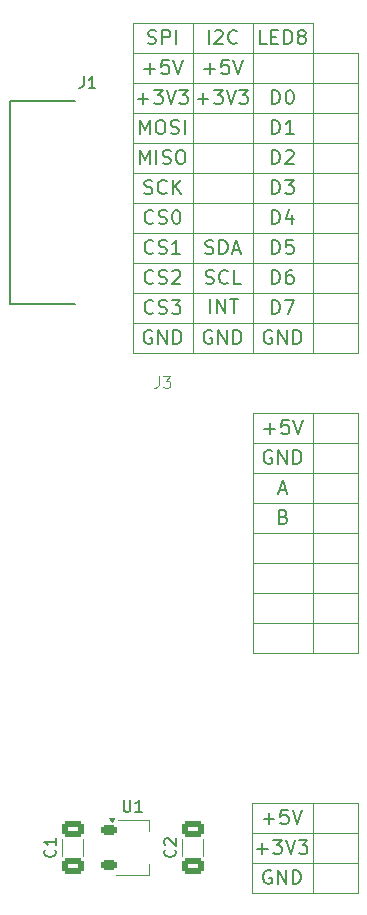
<source format=gbr>
%TF.GenerationSoftware,KiCad,Pcbnew,8.0.3-8.0.3-0~ubuntu22.04.1*%
%TF.CreationDate,2024-10-22T15:42:30+03:00*%
%TF.ProjectId,PM-Debug_v0.0.1,504d2d44-6562-4756-975f-76302e302e31,rev?*%
%TF.SameCoordinates,Original*%
%TF.FileFunction,Legend,Top*%
%TF.FilePolarity,Positive*%
%FSLAX46Y46*%
G04 Gerber Fmt 4.6, Leading zero omitted, Abs format (unit mm)*
G04 Created by KiCad (PCBNEW 8.0.3-8.0.3-0~ubuntu22.04.1) date 2024-10-22 15:42:30*
%MOMM*%
%LPD*%
G01*
G04 APERTURE LIST*
G04 Aperture macros list*
%AMRoundRect*
0 Rectangle with rounded corners*
0 $1 Rounding radius*
0 $2 $3 $4 $5 $6 $7 $8 $9 X,Y pos of 4 corners*
0 Add a 4 corners polygon primitive as box body*
4,1,4,$2,$3,$4,$5,$6,$7,$8,$9,$2,$3,0*
0 Add four circle primitives for the rounded corners*
1,1,$1+$1,$2,$3*
1,1,$1+$1,$4,$5*
1,1,$1+$1,$6,$7*
1,1,$1+$1,$8,$9*
0 Add four rect primitives between the rounded corners*
20,1,$1+$1,$2,$3,$4,$5,0*
20,1,$1+$1,$4,$5,$6,$7,0*
20,1,$1+$1,$6,$7,$8,$9,0*
20,1,$1+$1,$8,$9,$2,$3,0*%
%AMFreePoly0*
4,1,9,3.862500,-0.866500,0.737500,-0.866500,0.737500,-0.450000,-0.737500,-0.450000,-0.737500,0.450000,0.737500,0.450000,0.737500,0.866500,3.862500,0.866500,3.862500,-0.866500,3.862500,-0.866500,$1*%
G04 Aperture macros list end*
%ADD10C,0.200000*%
%ADD11C,0.100000*%
%ADD12C,0.150000*%
%ADD13C,0.120000*%
%ADD14C,0.152400*%
%ADD15R,1.700000X1.700000*%
%ADD16O,1.700000X1.700000*%
%ADD17RoundRect,0.225000X-0.425000X-0.225000X0.425000X-0.225000X0.425000X0.225000X-0.425000X0.225000X0*%
%ADD18FreePoly0,0.000000*%
%ADD19RoundRect,0.250000X0.650000X-0.412500X0.650000X0.412500X-0.650000X0.412500X-0.650000X-0.412500X0*%
%ADD20C,1.000000*%
%ADD21C,1.700000*%
%ADD22C,2.500000*%
%ADD23C,2.400000*%
%ADD24R,1.803400X0.635000*%
%ADD25R,2.997200X2.590800*%
G04 APERTURE END LIST*
D10*
X123485714Y-123861885D02*
X123371429Y-123804742D01*
X123371429Y-123804742D02*
X123200000Y-123804742D01*
X123200000Y-123804742D02*
X123028571Y-123861885D01*
X123028571Y-123861885D02*
X122914286Y-123976171D01*
X122914286Y-123976171D02*
X122857143Y-124090457D01*
X122857143Y-124090457D02*
X122800000Y-124319028D01*
X122800000Y-124319028D02*
X122800000Y-124490457D01*
X122800000Y-124490457D02*
X122857143Y-124719028D01*
X122857143Y-124719028D02*
X122914286Y-124833314D01*
X122914286Y-124833314D02*
X123028571Y-124947600D01*
X123028571Y-124947600D02*
X123200000Y-125004742D01*
X123200000Y-125004742D02*
X123314286Y-125004742D01*
X123314286Y-125004742D02*
X123485714Y-124947600D01*
X123485714Y-124947600D02*
X123542857Y-124890457D01*
X123542857Y-124890457D02*
X123542857Y-124490457D01*
X123542857Y-124490457D02*
X123314286Y-124490457D01*
X124057143Y-125004742D02*
X124057143Y-123804742D01*
X124057143Y-123804742D02*
X124742857Y-125004742D01*
X124742857Y-125004742D02*
X124742857Y-123804742D01*
X125314286Y-125004742D02*
X125314286Y-123804742D01*
X125314286Y-123804742D02*
X125600000Y-123804742D01*
X125600000Y-123804742D02*
X125771429Y-123861885D01*
X125771429Y-123861885D02*
X125885714Y-123976171D01*
X125885714Y-123976171D02*
X125942857Y-124090457D01*
X125942857Y-124090457D02*
X126000000Y-124319028D01*
X126000000Y-124319028D02*
X126000000Y-124490457D01*
X126000000Y-124490457D02*
X125942857Y-124719028D01*
X125942857Y-124719028D02*
X125885714Y-124833314D01*
X125885714Y-124833314D02*
X125771429Y-124947600D01*
X125771429Y-124947600D02*
X125600000Y-125004742D01*
X125600000Y-125004742D02*
X125314286Y-125004742D01*
D11*
X121860000Y-123190000D02*
X130810000Y-123190000D01*
X130810000Y-125730000D01*
X121860000Y-125730000D01*
X121860000Y-123190000D01*
D10*
X122285715Y-122007600D02*
X123200001Y-122007600D01*
X122742858Y-122464742D02*
X122742858Y-121550457D01*
X123657143Y-121264742D02*
X124400000Y-121264742D01*
X124400000Y-121264742D02*
X124000000Y-121721885D01*
X124000000Y-121721885D02*
X124171429Y-121721885D01*
X124171429Y-121721885D02*
X124285715Y-121779028D01*
X124285715Y-121779028D02*
X124342857Y-121836171D01*
X124342857Y-121836171D02*
X124400000Y-121950457D01*
X124400000Y-121950457D02*
X124400000Y-122236171D01*
X124400000Y-122236171D02*
X124342857Y-122350457D01*
X124342857Y-122350457D02*
X124285715Y-122407600D01*
X124285715Y-122407600D02*
X124171429Y-122464742D01*
X124171429Y-122464742D02*
X123828572Y-122464742D01*
X123828572Y-122464742D02*
X123714286Y-122407600D01*
X123714286Y-122407600D02*
X123657143Y-122350457D01*
X124742857Y-121264742D02*
X125142857Y-122464742D01*
X125142857Y-122464742D02*
X125542857Y-121264742D01*
X125828571Y-121264742D02*
X126571428Y-121264742D01*
X126571428Y-121264742D02*
X126171428Y-121721885D01*
X126171428Y-121721885D02*
X126342857Y-121721885D01*
X126342857Y-121721885D02*
X126457143Y-121779028D01*
X126457143Y-121779028D02*
X126514285Y-121836171D01*
X126514285Y-121836171D02*
X126571428Y-121950457D01*
X126571428Y-121950457D02*
X126571428Y-122236171D01*
X126571428Y-122236171D02*
X126514285Y-122350457D01*
X126514285Y-122350457D02*
X126457143Y-122407600D01*
X126457143Y-122407600D02*
X126342857Y-122464742D01*
X126342857Y-122464742D02*
X126000000Y-122464742D01*
X126000000Y-122464742D02*
X125885714Y-122407600D01*
X125885714Y-122407600D02*
X125828571Y-122350457D01*
D11*
X121860000Y-120650000D02*
X130810000Y-120650000D01*
X130810000Y-123190000D01*
X121860000Y-123190000D01*
X121860000Y-120650000D01*
X127000000Y-118110000D02*
X127000000Y-125730000D01*
X121860000Y-118110000D02*
X130810000Y-118110000D01*
X130810000Y-120650000D01*
X121860000Y-120650000D01*
X121860000Y-118110000D01*
D10*
X122857143Y-119467600D02*
X123771429Y-119467600D01*
X123314286Y-119924742D02*
X123314286Y-119010457D01*
X124914285Y-118724742D02*
X124342857Y-118724742D01*
X124342857Y-118724742D02*
X124285714Y-119296171D01*
X124285714Y-119296171D02*
X124342857Y-119239028D01*
X124342857Y-119239028D02*
X124457143Y-119181885D01*
X124457143Y-119181885D02*
X124742857Y-119181885D01*
X124742857Y-119181885D02*
X124857143Y-119239028D01*
X124857143Y-119239028D02*
X124914285Y-119296171D01*
X124914285Y-119296171D02*
X124971428Y-119410457D01*
X124971428Y-119410457D02*
X124971428Y-119696171D01*
X124971428Y-119696171D02*
X124914285Y-119810457D01*
X124914285Y-119810457D02*
X124857143Y-119867600D01*
X124857143Y-119867600D02*
X124742857Y-119924742D01*
X124742857Y-119924742D02*
X124457143Y-119924742D01*
X124457143Y-119924742D02*
X124342857Y-119867600D01*
X124342857Y-119867600D02*
X124285714Y-119810457D01*
X125314285Y-118724742D02*
X125714285Y-119924742D01*
X125714285Y-119924742D02*
X126114285Y-118724742D01*
D11*
X121920000Y-102870000D02*
X130870000Y-102870000D01*
X130870000Y-105410000D01*
X121920000Y-105410000D01*
X121920000Y-102870000D01*
X121920000Y-100330000D02*
X130870000Y-100330000D01*
X130870000Y-102870000D01*
X121920000Y-102870000D01*
X121920000Y-100330000D01*
X121920000Y-97790000D02*
X130870000Y-97790000D01*
X130870000Y-100330000D01*
X121920000Y-100330000D01*
X121920000Y-97790000D01*
X121920000Y-95250000D02*
X130870000Y-95250000D01*
X130870000Y-97790000D01*
X121920000Y-97790000D01*
X121920000Y-95250000D01*
X127000000Y-85090000D02*
X127000000Y-105410000D01*
X121920000Y-92710000D02*
X130870000Y-92710000D01*
X130870000Y-95250000D01*
X121920000Y-95250000D01*
X121920000Y-92710000D01*
X121920000Y-90170000D02*
X130870000Y-90170000D01*
X130870000Y-92710000D01*
X121920000Y-92710000D01*
X121920000Y-90170000D01*
X121920000Y-87630000D02*
X130870000Y-87630000D01*
X130870000Y-90170000D01*
X121920000Y-90170000D01*
X121920000Y-87630000D01*
X121920000Y-85090000D02*
X130870000Y-85090000D01*
X130870000Y-87630000D01*
X121920000Y-87630000D01*
X121920000Y-85090000D01*
D10*
X124545714Y-93896171D02*
X124717142Y-93953314D01*
X124717142Y-93953314D02*
X124774285Y-94010457D01*
X124774285Y-94010457D02*
X124831428Y-94124742D01*
X124831428Y-94124742D02*
X124831428Y-94296171D01*
X124831428Y-94296171D02*
X124774285Y-94410457D01*
X124774285Y-94410457D02*
X124717142Y-94467600D01*
X124717142Y-94467600D02*
X124602857Y-94524742D01*
X124602857Y-94524742D02*
X124145714Y-94524742D01*
X124145714Y-94524742D02*
X124145714Y-93324742D01*
X124145714Y-93324742D02*
X124545714Y-93324742D01*
X124545714Y-93324742D02*
X124660000Y-93381885D01*
X124660000Y-93381885D02*
X124717142Y-93439028D01*
X124717142Y-93439028D02*
X124774285Y-93553314D01*
X124774285Y-93553314D02*
X124774285Y-93667600D01*
X124774285Y-93667600D02*
X124717142Y-93781885D01*
X124717142Y-93781885D02*
X124660000Y-93839028D01*
X124660000Y-93839028D02*
X124545714Y-93896171D01*
X124545714Y-93896171D02*
X124145714Y-93896171D01*
X124174286Y-91641885D02*
X124745715Y-91641885D01*
X124060000Y-91984742D02*
X124460000Y-90784742D01*
X124460000Y-90784742D02*
X124860000Y-91984742D01*
X123545714Y-88301885D02*
X123431429Y-88244742D01*
X123431429Y-88244742D02*
X123260000Y-88244742D01*
X123260000Y-88244742D02*
X123088571Y-88301885D01*
X123088571Y-88301885D02*
X122974286Y-88416171D01*
X122974286Y-88416171D02*
X122917143Y-88530457D01*
X122917143Y-88530457D02*
X122860000Y-88759028D01*
X122860000Y-88759028D02*
X122860000Y-88930457D01*
X122860000Y-88930457D02*
X122917143Y-89159028D01*
X122917143Y-89159028D02*
X122974286Y-89273314D01*
X122974286Y-89273314D02*
X123088571Y-89387600D01*
X123088571Y-89387600D02*
X123260000Y-89444742D01*
X123260000Y-89444742D02*
X123374286Y-89444742D01*
X123374286Y-89444742D02*
X123545714Y-89387600D01*
X123545714Y-89387600D02*
X123602857Y-89330457D01*
X123602857Y-89330457D02*
X123602857Y-88930457D01*
X123602857Y-88930457D02*
X123374286Y-88930457D01*
X124117143Y-89444742D02*
X124117143Y-88244742D01*
X124117143Y-88244742D02*
X124802857Y-89444742D01*
X124802857Y-89444742D02*
X124802857Y-88244742D01*
X125374286Y-89444742D02*
X125374286Y-88244742D01*
X125374286Y-88244742D02*
X125660000Y-88244742D01*
X125660000Y-88244742D02*
X125831429Y-88301885D01*
X125831429Y-88301885D02*
X125945714Y-88416171D01*
X125945714Y-88416171D02*
X126002857Y-88530457D01*
X126002857Y-88530457D02*
X126060000Y-88759028D01*
X126060000Y-88759028D02*
X126060000Y-88930457D01*
X126060000Y-88930457D02*
X126002857Y-89159028D01*
X126002857Y-89159028D02*
X125945714Y-89273314D01*
X125945714Y-89273314D02*
X125831429Y-89387600D01*
X125831429Y-89387600D02*
X125660000Y-89444742D01*
X125660000Y-89444742D02*
X125374286Y-89444742D01*
X122917143Y-86447600D02*
X123831429Y-86447600D01*
X123374286Y-86904742D02*
X123374286Y-85990457D01*
X124974285Y-85704742D02*
X124402857Y-85704742D01*
X124402857Y-85704742D02*
X124345714Y-86276171D01*
X124345714Y-86276171D02*
X124402857Y-86219028D01*
X124402857Y-86219028D02*
X124517143Y-86161885D01*
X124517143Y-86161885D02*
X124802857Y-86161885D01*
X124802857Y-86161885D02*
X124917143Y-86219028D01*
X124917143Y-86219028D02*
X124974285Y-86276171D01*
X124974285Y-86276171D02*
X125031428Y-86390457D01*
X125031428Y-86390457D02*
X125031428Y-86676171D01*
X125031428Y-86676171D02*
X124974285Y-86790457D01*
X124974285Y-86790457D02*
X124917143Y-86847600D01*
X124917143Y-86847600D02*
X124802857Y-86904742D01*
X124802857Y-86904742D02*
X124517143Y-86904742D01*
X124517143Y-86904742D02*
X124402857Y-86847600D01*
X124402857Y-86847600D02*
X124345714Y-86790457D01*
X125374285Y-85704742D02*
X125774285Y-86904742D01*
X125774285Y-86904742D02*
X126174285Y-85704742D01*
D11*
X111760000Y-52070000D02*
X127000000Y-52070000D01*
D10*
X123574286Y-74204742D02*
X123574286Y-73004742D01*
X123574286Y-73004742D02*
X123860000Y-73004742D01*
X123860000Y-73004742D02*
X124031429Y-73061885D01*
X124031429Y-73061885D02*
X124145714Y-73176171D01*
X124145714Y-73176171D02*
X124202857Y-73290457D01*
X124202857Y-73290457D02*
X124260000Y-73519028D01*
X124260000Y-73519028D02*
X124260000Y-73690457D01*
X124260000Y-73690457D02*
X124202857Y-73919028D01*
X124202857Y-73919028D02*
X124145714Y-74033314D01*
X124145714Y-74033314D02*
X124031429Y-74147600D01*
X124031429Y-74147600D02*
X123860000Y-74204742D01*
X123860000Y-74204742D02*
X123574286Y-74204742D01*
X125288572Y-73004742D02*
X125060000Y-73004742D01*
X125060000Y-73004742D02*
X124945714Y-73061885D01*
X124945714Y-73061885D02*
X124888572Y-73119028D01*
X124888572Y-73119028D02*
X124774286Y-73290457D01*
X124774286Y-73290457D02*
X124717143Y-73519028D01*
X124717143Y-73519028D02*
X124717143Y-73976171D01*
X124717143Y-73976171D02*
X124774286Y-74090457D01*
X124774286Y-74090457D02*
X124831429Y-74147600D01*
X124831429Y-74147600D02*
X124945714Y-74204742D01*
X124945714Y-74204742D02*
X125174286Y-74204742D01*
X125174286Y-74204742D02*
X125288572Y-74147600D01*
X125288572Y-74147600D02*
X125345714Y-74090457D01*
X125345714Y-74090457D02*
X125402857Y-73976171D01*
X125402857Y-73976171D02*
X125402857Y-73690457D01*
X125402857Y-73690457D02*
X125345714Y-73576171D01*
X125345714Y-73576171D02*
X125288572Y-73519028D01*
X125288572Y-73519028D02*
X125174286Y-73461885D01*
X125174286Y-73461885D02*
X124945714Y-73461885D01*
X124945714Y-73461885D02*
X124831429Y-73519028D01*
X124831429Y-73519028D02*
X124774286Y-73576171D01*
X124774286Y-73576171D02*
X124717143Y-73690457D01*
X123574286Y-76744742D02*
X123574286Y-75544742D01*
X123574286Y-75544742D02*
X123860000Y-75544742D01*
X123860000Y-75544742D02*
X124031429Y-75601885D01*
X124031429Y-75601885D02*
X124145714Y-75716171D01*
X124145714Y-75716171D02*
X124202857Y-75830457D01*
X124202857Y-75830457D02*
X124260000Y-76059028D01*
X124260000Y-76059028D02*
X124260000Y-76230457D01*
X124260000Y-76230457D02*
X124202857Y-76459028D01*
X124202857Y-76459028D02*
X124145714Y-76573314D01*
X124145714Y-76573314D02*
X124031429Y-76687600D01*
X124031429Y-76687600D02*
X123860000Y-76744742D01*
X123860000Y-76744742D02*
X123574286Y-76744742D01*
X124660000Y-75544742D02*
X125460000Y-75544742D01*
X125460000Y-75544742D02*
X124945714Y-76744742D01*
X123574286Y-71664742D02*
X123574286Y-70464742D01*
X123574286Y-70464742D02*
X123860000Y-70464742D01*
X123860000Y-70464742D02*
X124031429Y-70521885D01*
X124031429Y-70521885D02*
X124145714Y-70636171D01*
X124145714Y-70636171D02*
X124202857Y-70750457D01*
X124202857Y-70750457D02*
X124260000Y-70979028D01*
X124260000Y-70979028D02*
X124260000Y-71150457D01*
X124260000Y-71150457D02*
X124202857Y-71379028D01*
X124202857Y-71379028D02*
X124145714Y-71493314D01*
X124145714Y-71493314D02*
X124031429Y-71607600D01*
X124031429Y-71607600D02*
X123860000Y-71664742D01*
X123860000Y-71664742D02*
X123574286Y-71664742D01*
X125345714Y-70464742D02*
X124774286Y-70464742D01*
X124774286Y-70464742D02*
X124717143Y-71036171D01*
X124717143Y-71036171D02*
X124774286Y-70979028D01*
X124774286Y-70979028D02*
X124888572Y-70921885D01*
X124888572Y-70921885D02*
X125174286Y-70921885D01*
X125174286Y-70921885D02*
X125288572Y-70979028D01*
X125288572Y-70979028D02*
X125345714Y-71036171D01*
X125345714Y-71036171D02*
X125402857Y-71150457D01*
X125402857Y-71150457D02*
X125402857Y-71436171D01*
X125402857Y-71436171D02*
X125345714Y-71550457D01*
X125345714Y-71550457D02*
X125288572Y-71607600D01*
X125288572Y-71607600D02*
X125174286Y-71664742D01*
X125174286Y-71664742D02*
X124888572Y-71664742D01*
X124888572Y-71664742D02*
X124774286Y-71607600D01*
X124774286Y-71607600D02*
X124717143Y-71550457D01*
X123574286Y-69124742D02*
X123574286Y-67924742D01*
X123574286Y-67924742D02*
X123860000Y-67924742D01*
X123860000Y-67924742D02*
X124031429Y-67981885D01*
X124031429Y-67981885D02*
X124145714Y-68096171D01*
X124145714Y-68096171D02*
X124202857Y-68210457D01*
X124202857Y-68210457D02*
X124260000Y-68439028D01*
X124260000Y-68439028D02*
X124260000Y-68610457D01*
X124260000Y-68610457D02*
X124202857Y-68839028D01*
X124202857Y-68839028D02*
X124145714Y-68953314D01*
X124145714Y-68953314D02*
X124031429Y-69067600D01*
X124031429Y-69067600D02*
X123860000Y-69124742D01*
X123860000Y-69124742D02*
X123574286Y-69124742D01*
X125288572Y-68324742D02*
X125288572Y-69124742D01*
X125002857Y-67867600D02*
X124717143Y-68724742D01*
X124717143Y-68724742D02*
X125460000Y-68724742D01*
X123574286Y-66584742D02*
X123574286Y-65384742D01*
X123574286Y-65384742D02*
X123860000Y-65384742D01*
X123860000Y-65384742D02*
X124031429Y-65441885D01*
X124031429Y-65441885D02*
X124145714Y-65556171D01*
X124145714Y-65556171D02*
X124202857Y-65670457D01*
X124202857Y-65670457D02*
X124260000Y-65899028D01*
X124260000Y-65899028D02*
X124260000Y-66070457D01*
X124260000Y-66070457D02*
X124202857Y-66299028D01*
X124202857Y-66299028D02*
X124145714Y-66413314D01*
X124145714Y-66413314D02*
X124031429Y-66527600D01*
X124031429Y-66527600D02*
X123860000Y-66584742D01*
X123860000Y-66584742D02*
X123574286Y-66584742D01*
X124660000Y-65384742D02*
X125402857Y-65384742D01*
X125402857Y-65384742D02*
X125002857Y-65841885D01*
X125002857Y-65841885D02*
X125174286Y-65841885D01*
X125174286Y-65841885D02*
X125288572Y-65899028D01*
X125288572Y-65899028D02*
X125345714Y-65956171D01*
X125345714Y-65956171D02*
X125402857Y-66070457D01*
X125402857Y-66070457D02*
X125402857Y-66356171D01*
X125402857Y-66356171D02*
X125345714Y-66470457D01*
X125345714Y-66470457D02*
X125288572Y-66527600D01*
X125288572Y-66527600D02*
X125174286Y-66584742D01*
X125174286Y-66584742D02*
X124831429Y-66584742D01*
X124831429Y-66584742D02*
X124717143Y-66527600D01*
X124717143Y-66527600D02*
X124660000Y-66470457D01*
X123574286Y-64044742D02*
X123574286Y-62844742D01*
X123574286Y-62844742D02*
X123860000Y-62844742D01*
X123860000Y-62844742D02*
X124031429Y-62901885D01*
X124031429Y-62901885D02*
X124145714Y-63016171D01*
X124145714Y-63016171D02*
X124202857Y-63130457D01*
X124202857Y-63130457D02*
X124260000Y-63359028D01*
X124260000Y-63359028D02*
X124260000Y-63530457D01*
X124260000Y-63530457D02*
X124202857Y-63759028D01*
X124202857Y-63759028D02*
X124145714Y-63873314D01*
X124145714Y-63873314D02*
X124031429Y-63987600D01*
X124031429Y-63987600D02*
X123860000Y-64044742D01*
X123860000Y-64044742D02*
X123574286Y-64044742D01*
X124717143Y-62959028D02*
X124774286Y-62901885D01*
X124774286Y-62901885D02*
X124888572Y-62844742D01*
X124888572Y-62844742D02*
X125174286Y-62844742D01*
X125174286Y-62844742D02*
X125288572Y-62901885D01*
X125288572Y-62901885D02*
X125345714Y-62959028D01*
X125345714Y-62959028D02*
X125402857Y-63073314D01*
X125402857Y-63073314D02*
X125402857Y-63187600D01*
X125402857Y-63187600D02*
X125345714Y-63359028D01*
X125345714Y-63359028D02*
X124660000Y-64044742D01*
X124660000Y-64044742D02*
X125402857Y-64044742D01*
X123574286Y-61504742D02*
X123574286Y-60304742D01*
X123574286Y-60304742D02*
X123860000Y-60304742D01*
X123860000Y-60304742D02*
X124031429Y-60361885D01*
X124031429Y-60361885D02*
X124145714Y-60476171D01*
X124145714Y-60476171D02*
X124202857Y-60590457D01*
X124202857Y-60590457D02*
X124260000Y-60819028D01*
X124260000Y-60819028D02*
X124260000Y-60990457D01*
X124260000Y-60990457D02*
X124202857Y-61219028D01*
X124202857Y-61219028D02*
X124145714Y-61333314D01*
X124145714Y-61333314D02*
X124031429Y-61447600D01*
X124031429Y-61447600D02*
X123860000Y-61504742D01*
X123860000Y-61504742D02*
X123574286Y-61504742D01*
X125402857Y-61504742D02*
X124717143Y-61504742D01*
X125060000Y-61504742D02*
X125060000Y-60304742D01*
X125060000Y-60304742D02*
X124945714Y-60476171D01*
X124945714Y-60476171D02*
X124831429Y-60590457D01*
X124831429Y-60590457D02*
X124717143Y-60647600D01*
X123574286Y-58964742D02*
X123574286Y-57764742D01*
X123574286Y-57764742D02*
X123860000Y-57764742D01*
X123860000Y-57764742D02*
X124031429Y-57821885D01*
X124031429Y-57821885D02*
X124145714Y-57936171D01*
X124145714Y-57936171D02*
X124202857Y-58050457D01*
X124202857Y-58050457D02*
X124260000Y-58279028D01*
X124260000Y-58279028D02*
X124260000Y-58450457D01*
X124260000Y-58450457D02*
X124202857Y-58679028D01*
X124202857Y-58679028D02*
X124145714Y-58793314D01*
X124145714Y-58793314D02*
X124031429Y-58907600D01*
X124031429Y-58907600D02*
X123860000Y-58964742D01*
X123860000Y-58964742D02*
X123574286Y-58964742D01*
X125002857Y-57764742D02*
X125117143Y-57764742D01*
X125117143Y-57764742D02*
X125231429Y-57821885D01*
X125231429Y-57821885D02*
X125288572Y-57879028D01*
X125288572Y-57879028D02*
X125345714Y-57993314D01*
X125345714Y-57993314D02*
X125402857Y-58221885D01*
X125402857Y-58221885D02*
X125402857Y-58507600D01*
X125402857Y-58507600D02*
X125345714Y-58736171D01*
X125345714Y-58736171D02*
X125288572Y-58850457D01*
X125288572Y-58850457D02*
X125231429Y-58907600D01*
X125231429Y-58907600D02*
X125117143Y-58964742D01*
X125117143Y-58964742D02*
X125002857Y-58964742D01*
X125002857Y-58964742D02*
X124888572Y-58907600D01*
X124888572Y-58907600D02*
X124831429Y-58850457D01*
X124831429Y-58850457D02*
X124774286Y-58736171D01*
X124774286Y-58736171D02*
X124717143Y-58507600D01*
X124717143Y-58507600D02*
X124717143Y-58221885D01*
X124717143Y-58221885D02*
X124774286Y-57993314D01*
X124774286Y-57993314D02*
X124831429Y-57879028D01*
X124831429Y-57879028D02*
X124888572Y-57821885D01*
X124888572Y-57821885D02*
X125002857Y-57764742D01*
D11*
X111760000Y-54610000D02*
X130810000Y-54610000D01*
X130810000Y-57150000D01*
X111760000Y-57150000D01*
X111760000Y-54610000D01*
X111760000Y-57150000D02*
X130810000Y-57150000D01*
X130810000Y-59690000D01*
X111760000Y-59690000D01*
X111760000Y-57150000D01*
X111760000Y-59690000D02*
X130810000Y-59690000D01*
X130810000Y-62230000D01*
X111760000Y-62230000D01*
X111760000Y-59690000D01*
X111760000Y-62230000D02*
X130810000Y-62230000D01*
X130810000Y-64770000D01*
X111760000Y-64770000D01*
X111760000Y-62230000D01*
X111760000Y-64770000D02*
X130810000Y-64770000D01*
X130810000Y-67310000D01*
X111760000Y-67310000D01*
X111760000Y-64770000D01*
X111760000Y-67310000D02*
X130810000Y-67310000D01*
X130810000Y-69850000D01*
X111760000Y-69850000D01*
X111760000Y-67310000D01*
X111760000Y-77470000D02*
X130810000Y-77470000D01*
X130810000Y-80010000D01*
X111760000Y-80010000D01*
X111760000Y-77470000D01*
X111760000Y-74930000D02*
X130810000Y-74930000D01*
X130810000Y-77470000D01*
X111760000Y-77470000D01*
X111760000Y-74930000D01*
X111760000Y-72390000D02*
X130810000Y-72390000D01*
X130810000Y-74930000D01*
X111760000Y-74930000D01*
X111760000Y-72390000D01*
X111760000Y-69850000D02*
X130810000Y-69850000D01*
X130810000Y-72390000D01*
X111760000Y-72390000D01*
X111760000Y-69850000D01*
D10*
X117922857Y-71607600D02*
X118094286Y-71664742D01*
X118094286Y-71664742D02*
X118380000Y-71664742D01*
X118380000Y-71664742D02*
X118494286Y-71607600D01*
X118494286Y-71607600D02*
X118551428Y-71550457D01*
X118551428Y-71550457D02*
X118608571Y-71436171D01*
X118608571Y-71436171D02*
X118608571Y-71321885D01*
X118608571Y-71321885D02*
X118551428Y-71207600D01*
X118551428Y-71207600D02*
X118494286Y-71150457D01*
X118494286Y-71150457D02*
X118380000Y-71093314D01*
X118380000Y-71093314D02*
X118151428Y-71036171D01*
X118151428Y-71036171D02*
X118037143Y-70979028D01*
X118037143Y-70979028D02*
X117980000Y-70921885D01*
X117980000Y-70921885D02*
X117922857Y-70807600D01*
X117922857Y-70807600D02*
X117922857Y-70693314D01*
X117922857Y-70693314D02*
X117980000Y-70579028D01*
X117980000Y-70579028D02*
X118037143Y-70521885D01*
X118037143Y-70521885D02*
X118151428Y-70464742D01*
X118151428Y-70464742D02*
X118437143Y-70464742D01*
X118437143Y-70464742D02*
X118608571Y-70521885D01*
X119122857Y-71664742D02*
X119122857Y-70464742D01*
X119122857Y-70464742D02*
X119408571Y-70464742D01*
X119408571Y-70464742D02*
X119580000Y-70521885D01*
X119580000Y-70521885D02*
X119694285Y-70636171D01*
X119694285Y-70636171D02*
X119751428Y-70750457D01*
X119751428Y-70750457D02*
X119808571Y-70979028D01*
X119808571Y-70979028D02*
X119808571Y-71150457D01*
X119808571Y-71150457D02*
X119751428Y-71379028D01*
X119751428Y-71379028D02*
X119694285Y-71493314D01*
X119694285Y-71493314D02*
X119580000Y-71607600D01*
X119580000Y-71607600D02*
X119408571Y-71664742D01*
X119408571Y-71664742D02*
X119122857Y-71664742D01*
X120265714Y-71321885D02*
X120837143Y-71321885D01*
X120151428Y-71664742D02*
X120551428Y-70464742D01*
X120551428Y-70464742D02*
X120951428Y-71664742D01*
X117951428Y-74147600D02*
X118122857Y-74204742D01*
X118122857Y-74204742D02*
X118408571Y-74204742D01*
X118408571Y-74204742D02*
X118522857Y-74147600D01*
X118522857Y-74147600D02*
X118579999Y-74090457D01*
X118579999Y-74090457D02*
X118637142Y-73976171D01*
X118637142Y-73976171D02*
X118637142Y-73861885D01*
X118637142Y-73861885D02*
X118579999Y-73747600D01*
X118579999Y-73747600D02*
X118522857Y-73690457D01*
X118522857Y-73690457D02*
X118408571Y-73633314D01*
X118408571Y-73633314D02*
X118179999Y-73576171D01*
X118179999Y-73576171D02*
X118065714Y-73519028D01*
X118065714Y-73519028D02*
X118008571Y-73461885D01*
X118008571Y-73461885D02*
X117951428Y-73347600D01*
X117951428Y-73347600D02*
X117951428Y-73233314D01*
X117951428Y-73233314D02*
X118008571Y-73119028D01*
X118008571Y-73119028D02*
X118065714Y-73061885D01*
X118065714Y-73061885D02*
X118179999Y-73004742D01*
X118179999Y-73004742D02*
X118465714Y-73004742D01*
X118465714Y-73004742D02*
X118637142Y-73061885D01*
X119837142Y-74090457D02*
X119779999Y-74147600D01*
X119779999Y-74147600D02*
X119608571Y-74204742D01*
X119608571Y-74204742D02*
X119494285Y-74204742D01*
X119494285Y-74204742D02*
X119322856Y-74147600D01*
X119322856Y-74147600D02*
X119208571Y-74033314D01*
X119208571Y-74033314D02*
X119151428Y-73919028D01*
X119151428Y-73919028D02*
X119094285Y-73690457D01*
X119094285Y-73690457D02*
X119094285Y-73519028D01*
X119094285Y-73519028D02*
X119151428Y-73290457D01*
X119151428Y-73290457D02*
X119208571Y-73176171D01*
X119208571Y-73176171D02*
X119322856Y-73061885D01*
X119322856Y-73061885D02*
X119494285Y-73004742D01*
X119494285Y-73004742D02*
X119608571Y-73004742D01*
X119608571Y-73004742D02*
X119779999Y-73061885D01*
X119779999Y-73061885D02*
X119837142Y-73119028D01*
X120922856Y-74204742D02*
X120351428Y-74204742D01*
X120351428Y-74204742D02*
X120351428Y-73004742D01*
X118351584Y-76686007D02*
X118351584Y-75486007D01*
X118923013Y-76686007D02*
X118923013Y-75486007D01*
X118923013Y-75486007D02*
X119608727Y-76686007D01*
X119608727Y-76686007D02*
X119608727Y-75486007D01*
X120008727Y-75486007D02*
X120694442Y-75486007D01*
X120351584Y-76686007D02*
X120351584Y-75486007D01*
X117837143Y-55967600D02*
X118751429Y-55967600D01*
X118294286Y-56424742D02*
X118294286Y-55510457D01*
X119894285Y-55224742D02*
X119322857Y-55224742D01*
X119322857Y-55224742D02*
X119265714Y-55796171D01*
X119265714Y-55796171D02*
X119322857Y-55739028D01*
X119322857Y-55739028D02*
X119437143Y-55681885D01*
X119437143Y-55681885D02*
X119722857Y-55681885D01*
X119722857Y-55681885D02*
X119837143Y-55739028D01*
X119837143Y-55739028D02*
X119894285Y-55796171D01*
X119894285Y-55796171D02*
X119951428Y-55910457D01*
X119951428Y-55910457D02*
X119951428Y-56196171D01*
X119951428Y-56196171D02*
X119894285Y-56310457D01*
X119894285Y-56310457D02*
X119837143Y-56367600D01*
X119837143Y-56367600D02*
X119722857Y-56424742D01*
X119722857Y-56424742D02*
X119437143Y-56424742D01*
X119437143Y-56424742D02*
X119322857Y-56367600D01*
X119322857Y-56367600D02*
X119265714Y-56310457D01*
X120294285Y-55224742D02*
X120694285Y-56424742D01*
X120694285Y-56424742D02*
X121094285Y-55224742D01*
X117265715Y-58507600D02*
X118180001Y-58507600D01*
X117722858Y-58964742D02*
X117722858Y-58050457D01*
X118637143Y-57764742D02*
X119380000Y-57764742D01*
X119380000Y-57764742D02*
X118980000Y-58221885D01*
X118980000Y-58221885D02*
X119151429Y-58221885D01*
X119151429Y-58221885D02*
X119265715Y-58279028D01*
X119265715Y-58279028D02*
X119322857Y-58336171D01*
X119322857Y-58336171D02*
X119380000Y-58450457D01*
X119380000Y-58450457D02*
X119380000Y-58736171D01*
X119380000Y-58736171D02*
X119322857Y-58850457D01*
X119322857Y-58850457D02*
X119265715Y-58907600D01*
X119265715Y-58907600D02*
X119151429Y-58964742D01*
X119151429Y-58964742D02*
X118808572Y-58964742D01*
X118808572Y-58964742D02*
X118694286Y-58907600D01*
X118694286Y-58907600D02*
X118637143Y-58850457D01*
X119722857Y-57764742D02*
X120122857Y-58964742D01*
X120122857Y-58964742D02*
X120522857Y-57764742D01*
X120808571Y-57764742D02*
X121551428Y-57764742D01*
X121551428Y-57764742D02*
X121151428Y-58221885D01*
X121151428Y-58221885D02*
X121322857Y-58221885D01*
X121322857Y-58221885D02*
X121437143Y-58279028D01*
X121437143Y-58279028D02*
X121494285Y-58336171D01*
X121494285Y-58336171D02*
X121551428Y-58450457D01*
X121551428Y-58450457D02*
X121551428Y-58736171D01*
X121551428Y-58736171D02*
X121494285Y-58850457D01*
X121494285Y-58850457D02*
X121437143Y-58907600D01*
X121437143Y-58907600D02*
X121322857Y-58964742D01*
X121322857Y-58964742D02*
X120980000Y-58964742D01*
X120980000Y-58964742D02*
X120865714Y-58907600D01*
X120865714Y-58907600D02*
X120808571Y-58850457D01*
X118465714Y-78141885D02*
X118351429Y-78084742D01*
X118351429Y-78084742D02*
X118180000Y-78084742D01*
X118180000Y-78084742D02*
X118008571Y-78141885D01*
X118008571Y-78141885D02*
X117894286Y-78256171D01*
X117894286Y-78256171D02*
X117837143Y-78370457D01*
X117837143Y-78370457D02*
X117780000Y-78599028D01*
X117780000Y-78599028D02*
X117780000Y-78770457D01*
X117780000Y-78770457D02*
X117837143Y-78999028D01*
X117837143Y-78999028D02*
X117894286Y-79113314D01*
X117894286Y-79113314D02*
X118008571Y-79227600D01*
X118008571Y-79227600D02*
X118180000Y-79284742D01*
X118180000Y-79284742D02*
X118294286Y-79284742D01*
X118294286Y-79284742D02*
X118465714Y-79227600D01*
X118465714Y-79227600D02*
X118522857Y-79170457D01*
X118522857Y-79170457D02*
X118522857Y-78770457D01*
X118522857Y-78770457D02*
X118294286Y-78770457D01*
X119037143Y-79284742D02*
X119037143Y-78084742D01*
X119037143Y-78084742D02*
X119722857Y-79284742D01*
X119722857Y-79284742D02*
X119722857Y-78084742D01*
X120294286Y-79284742D02*
X120294286Y-78084742D01*
X120294286Y-78084742D02*
X120580000Y-78084742D01*
X120580000Y-78084742D02*
X120751429Y-78141885D01*
X120751429Y-78141885D02*
X120865714Y-78256171D01*
X120865714Y-78256171D02*
X120922857Y-78370457D01*
X120922857Y-78370457D02*
X120980000Y-78599028D01*
X120980000Y-78599028D02*
X120980000Y-78770457D01*
X120980000Y-78770457D02*
X120922857Y-78999028D01*
X120922857Y-78999028D02*
X120865714Y-79113314D01*
X120865714Y-79113314D02*
X120751429Y-79227600D01*
X120751429Y-79227600D02*
X120580000Y-79284742D01*
X120580000Y-79284742D02*
X120294286Y-79284742D01*
X113528571Y-76630457D02*
X113471428Y-76687600D01*
X113471428Y-76687600D02*
X113300000Y-76744742D01*
X113300000Y-76744742D02*
X113185714Y-76744742D01*
X113185714Y-76744742D02*
X113014285Y-76687600D01*
X113014285Y-76687600D02*
X112900000Y-76573314D01*
X112900000Y-76573314D02*
X112842857Y-76459028D01*
X112842857Y-76459028D02*
X112785714Y-76230457D01*
X112785714Y-76230457D02*
X112785714Y-76059028D01*
X112785714Y-76059028D02*
X112842857Y-75830457D01*
X112842857Y-75830457D02*
X112900000Y-75716171D01*
X112900000Y-75716171D02*
X113014285Y-75601885D01*
X113014285Y-75601885D02*
X113185714Y-75544742D01*
X113185714Y-75544742D02*
X113300000Y-75544742D01*
X113300000Y-75544742D02*
X113471428Y-75601885D01*
X113471428Y-75601885D02*
X113528571Y-75659028D01*
X113985714Y-76687600D02*
X114157143Y-76744742D01*
X114157143Y-76744742D02*
X114442857Y-76744742D01*
X114442857Y-76744742D02*
X114557143Y-76687600D01*
X114557143Y-76687600D02*
X114614285Y-76630457D01*
X114614285Y-76630457D02*
X114671428Y-76516171D01*
X114671428Y-76516171D02*
X114671428Y-76401885D01*
X114671428Y-76401885D02*
X114614285Y-76287600D01*
X114614285Y-76287600D02*
X114557143Y-76230457D01*
X114557143Y-76230457D02*
X114442857Y-76173314D01*
X114442857Y-76173314D02*
X114214285Y-76116171D01*
X114214285Y-76116171D02*
X114100000Y-76059028D01*
X114100000Y-76059028D02*
X114042857Y-76001885D01*
X114042857Y-76001885D02*
X113985714Y-75887600D01*
X113985714Y-75887600D02*
X113985714Y-75773314D01*
X113985714Y-75773314D02*
X114042857Y-75659028D01*
X114042857Y-75659028D02*
X114100000Y-75601885D01*
X114100000Y-75601885D02*
X114214285Y-75544742D01*
X114214285Y-75544742D02*
X114500000Y-75544742D01*
X114500000Y-75544742D02*
X114671428Y-75601885D01*
X115071428Y-75544742D02*
X115814285Y-75544742D01*
X115814285Y-75544742D02*
X115414285Y-76001885D01*
X115414285Y-76001885D02*
X115585714Y-76001885D01*
X115585714Y-76001885D02*
X115700000Y-76059028D01*
X115700000Y-76059028D02*
X115757142Y-76116171D01*
X115757142Y-76116171D02*
X115814285Y-76230457D01*
X115814285Y-76230457D02*
X115814285Y-76516171D01*
X115814285Y-76516171D02*
X115757142Y-76630457D01*
X115757142Y-76630457D02*
X115700000Y-76687600D01*
X115700000Y-76687600D02*
X115585714Y-76744742D01*
X115585714Y-76744742D02*
X115242857Y-76744742D01*
X115242857Y-76744742D02*
X115128571Y-76687600D01*
X115128571Y-76687600D02*
X115071428Y-76630457D01*
X113528571Y-74090457D02*
X113471428Y-74147600D01*
X113471428Y-74147600D02*
X113300000Y-74204742D01*
X113300000Y-74204742D02*
X113185714Y-74204742D01*
X113185714Y-74204742D02*
X113014285Y-74147600D01*
X113014285Y-74147600D02*
X112900000Y-74033314D01*
X112900000Y-74033314D02*
X112842857Y-73919028D01*
X112842857Y-73919028D02*
X112785714Y-73690457D01*
X112785714Y-73690457D02*
X112785714Y-73519028D01*
X112785714Y-73519028D02*
X112842857Y-73290457D01*
X112842857Y-73290457D02*
X112900000Y-73176171D01*
X112900000Y-73176171D02*
X113014285Y-73061885D01*
X113014285Y-73061885D02*
X113185714Y-73004742D01*
X113185714Y-73004742D02*
X113300000Y-73004742D01*
X113300000Y-73004742D02*
X113471428Y-73061885D01*
X113471428Y-73061885D02*
X113528571Y-73119028D01*
X113985714Y-74147600D02*
X114157143Y-74204742D01*
X114157143Y-74204742D02*
X114442857Y-74204742D01*
X114442857Y-74204742D02*
X114557143Y-74147600D01*
X114557143Y-74147600D02*
X114614285Y-74090457D01*
X114614285Y-74090457D02*
X114671428Y-73976171D01*
X114671428Y-73976171D02*
X114671428Y-73861885D01*
X114671428Y-73861885D02*
X114614285Y-73747600D01*
X114614285Y-73747600D02*
X114557143Y-73690457D01*
X114557143Y-73690457D02*
X114442857Y-73633314D01*
X114442857Y-73633314D02*
X114214285Y-73576171D01*
X114214285Y-73576171D02*
X114100000Y-73519028D01*
X114100000Y-73519028D02*
X114042857Y-73461885D01*
X114042857Y-73461885D02*
X113985714Y-73347600D01*
X113985714Y-73347600D02*
X113985714Y-73233314D01*
X113985714Y-73233314D02*
X114042857Y-73119028D01*
X114042857Y-73119028D02*
X114100000Y-73061885D01*
X114100000Y-73061885D02*
X114214285Y-73004742D01*
X114214285Y-73004742D02*
X114500000Y-73004742D01*
X114500000Y-73004742D02*
X114671428Y-73061885D01*
X115128571Y-73119028D02*
X115185714Y-73061885D01*
X115185714Y-73061885D02*
X115300000Y-73004742D01*
X115300000Y-73004742D02*
X115585714Y-73004742D01*
X115585714Y-73004742D02*
X115700000Y-73061885D01*
X115700000Y-73061885D02*
X115757142Y-73119028D01*
X115757142Y-73119028D02*
X115814285Y-73233314D01*
X115814285Y-73233314D02*
X115814285Y-73347600D01*
X115814285Y-73347600D02*
X115757142Y-73519028D01*
X115757142Y-73519028D02*
X115071428Y-74204742D01*
X115071428Y-74204742D02*
X115814285Y-74204742D01*
X113528571Y-71550457D02*
X113471428Y-71607600D01*
X113471428Y-71607600D02*
X113300000Y-71664742D01*
X113300000Y-71664742D02*
X113185714Y-71664742D01*
X113185714Y-71664742D02*
X113014285Y-71607600D01*
X113014285Y-71607600D02*
X112900000Y-71493314D01*
X112900000Y-71493314D02*
X112842857Y-71379028D01*
X112842857Y-71379028D02*
X112785714Y-71150457D01*
X112785714Y-71150457D02*
X112785714Y-70979028D01*
X112785714Y-70979028D02*
X112842857Y-70750457D01*
X112842857Y-70750457D02*
X112900000Y-70636171D01*
X112900000Y-70636171D02*
X113014285Y-70521885D01*
X113014285Y-70521885D02*
X113185714Y-70464742D01*
X113185714Y-70464742D02*
X113300000Y-70464742D01*
X113300000Y-70464742D02*
X113471428Y-70521885D01*
X113471428Y-70521885D02*
X113528571Y-70579028D01*
X113985714Y-71607600D02*
X114157143Y-71664742D01*
X114157143Y-71664742D02*
X114442857Y-71664742D01*
X114442857Y-71664742D02*
X114557143Y-71607600D01*
X114557143Y-71607600D02*
X114614285Y-71550457D01*
X114614285Y-71550457D02*
X114671428Y-71436171D01*
X114671428Y-71436171D02*
X114671428Y-71321885D01*
X114671428Y-71321885D02*
X114614285Y-71207600D01*
X114614285Y-71207600D02*
X114557143Y-71150457D01*
X114557143Y-71150457D02*
X114442857Y-71093314D01*
X114442857Y-71093314D02*
X114214285Y-71036171D01*
X114214285Y-71036171D02*
X114100000Y-70979028D01*
X114100000Y-70979028D02*
X114042857Y-70921885D01*
X114042857Y-70921885D02*
X113985714Y-70807600D01*
X113985714Y-70807600D02*
X113985714Y-70693314D01*
X113985714Y-70693314D02*
X114042857Y-70579028D01*
X114042857Y-70579028D02*
X114100000Y-70521885D01*
X114100000Y-70521885D02*
X114214285Y-70464742D01*
X114214285Y-70464742D02*
X114500000Y-70464742D01*
X114500000Y-70464742D02*
X114671428Y-70521885D01*
X115814285Y-71664742D02*
X115128571Y-71664742D01*
X115471428Y-71664742D02*
X115471428Y-70464742D01*
X115471428Y-70464742D02*
X115357142Y-70636171D01*
X115357142Y-70636171D02*
X115242857Y-70750457D01*
X115242857Y-70750457D02*
X115128571Y-70807600D01*
X113528571Y-69010457D02*
X113471428Y-69067600D01*
X113471428Y-69067600D02*
X113300000Y-69124742D01*
X113300000Y-69124742D02*
X113185714Y-69124742D01*
X113185714Y-69124742D02*
X113014285Y-69067600D01*
X113014285Y-69067600D02*
X112900000Y-68953314D01*
X112900000Y-68953314D02*
X112842857Y-68839028D01*
X112842857Y-68839028D02*
X112785714Y-68610457D01*
X112785714Y-68610457D02*
X112785714Y-68439028D01*
X112785714Y-68439028D02*
X112842857Y-68210457D01*
X112842857Y-68210457D02*
X112900000Y-68096171D01*
X112900000Y-68096171D02*
X113014285Y-67981885D01*
X113014285Y-67981885D02*
X113185714Y-67924742D01*
X113185714Y-67924742D02*
X113300000Y-67924742D01*
X113300000Y-67924742D02*
X113471428Y-67981885D01*
X113471428Y-67981885D02*
X113528571Y-68039028D01*
X113985714Y-69067600D02*
X114157143Y-69124742D01*
X114157143Y-69124742D02*
X114442857Y-69124742D01*
X114442857Y-69124742D02*
X114557143Y-69067600D01*
X114557143Y-69067600D02*
X114614285Y-69010457D01*
X114614285Y-69010457D02*
X114671428Y-68896171D01*
X114671428Y-68896171D02*
X114671428Y-68781885D01*
X114671428Y-68781885D02*
X114614285Y-68667600D01*
X114614285Y-68667600D02*
X114557143Y-68610457D01*
X114557143Y-68610457D02*
X114442857Y-68553314D01*
X114442857Y-68553314D02*
X114214285Y-68496171D01*
X114214285Y-68496171D02*
X114100000Y-68439028D01*
X114100000Y-68439028D02*
X114042857Y-68381885D01*
X114042857Y-68381885D02*
X113985714Y-68267600D01*
X113985714Y-68267600D02*
X113985714Y-68153314D01*
X113985714Y-68153314D02*
X114042857Y-68039028D01*
X114042857Y-68039028D02*
X114100000Y-67981885D01*
X114100000Y-67981885D02*
X114214285Y-67924742D01*
X114214285Y-67924742D02*
X114500000Y-67924742D01*
X114500000Y-67924742D02*
X114671428Y-67981885D01*
X115414285Y-67924742D02*
X115528571Y-67924742D01*
X115528571Y-67924742D02*
X115642857Y-67981885D01*
X115642857Y-67981885D02*
X115700000Y-68039028D01*
X115700000Y-68039028D02*
X115757142Y-68153314D01*
X115757142Y-68153314D02*
X115814285Y-68381885D01*
X115814285Y-68381885D02*
X115814285Y-68667600D01*
X115814285Y-68667600D02*
X115757142Y-68896171D01*
X115757142Y-68896171D02*
X115700000Y-69010457D01*
X115700000Y-69010457D02*
X115642857Y-69067600D01*
X115642857Y-69067600D02*
X115528571Y-69124742D01*
X115528571Y-69124742D02*
X115414285Y-69124742D01*
X115414285Y-69124742D02*
X115300000Y-69067600D01*
X115300000Y-69067600D02*
X115242857Y-69010457D01*
X115242857Y-69010457D02*
X115185714Y-68896171D01*
X115185714Y-68896171D02*
X115128571Y-68667600D01*
X115128571Y-68667600D02*
X115128571Y-68381885D01*
X115128571Y-68381885D02*
X115185714Y-68153314D01*
X115185714Y-68153314D02*
X115242857Y-68039028D01*
X115242857Y-68039028D02*
X115300000Y-67981885D01*
X115300000Y-67981885D02*
X115414285Y-67924742D01*
X112757143Y-66527600D02*
X112928572Y-66584742D01*
X112928572Y-66584742D02*
X113214286Y-66584742D01*
X113214286Y-66584742D02*
X113328572Y-66527600D01*
X113328572Y-66527600D02*
X113385714Y-66470457D01*
X113385714Y-66470457D02*
X113442857Y-66356171D01*
X113442857Y-66356171D02*
X113442857Y-66241885D01*
X113442857Y-66241885D02*
X113385714Y-66127600D01*
X113385714Y-66127600D02*
X113328572Y-66070457D01*
X113328572Y-66070457D02*
X113214286Y-66013314D01*
X113214286Y-66013314D02*
X112985714Y-65956171D01*
X112985714Y-65956171D02*
X112871429Y-65899028D01*
X112871429Y-65899028D02*
X112814286Y-65841885D01*
X112814286Y-65841885D02*
X112757143Y-65727600D01*
X112757143Y-65727600D02*
X112757143Y-65613314D01*
X112757143Y-65613314D02*
X112814286Y-65499028D01*
X112814286Y-65499028D02*
X112871429Y-65441885D01*
X112871429Y-65441885D02*
X112985714Y-65384742D01*
X112985714Y-65384742D02*
X113271429Y-65384742D01*
X113271429Y-65384742D02*
X113442857Y-65441885D01*
X114642857Y-66470457D02*
X114585714Y-66527600D01*
X114585714Y-66527600D02*
X114414286Y-66584742D01*
X114414286Y-66584742D02*
X114300000Y-66584742D01*
X114300000Y-66584742D02*
X114128571Y-66527600D01*
X114128571Y-66527600D02*
X114014286Y-66413314D01*
X114014286Y-66413314D02*
X113957143Y-66299028D01*
X113957143Y-66299028D02*
X113900000Y-66070457D01*
X113900000Y-66070457D02*
X113900000Y-65899028D01*
X113900000Y-65899028D02*
X113957143Y-65670457D01*
X113957143Y-65670457D02*
X114014286Y-65556171D01*
X114014286Y-65556171D02*
X114128571Y-65441885D01*
X114128571Y-65441885D02*
X114300000Y-65384742D01*
X114300000Y-65384742D02*
X114414286Y-65384742D01*
X114414286Y-65384742D02*
X114585714Y-65441885D01*
X114585714Y-65441885D02*
X114642857Y-65499028D01*
X115157143Y-66584742D02*
X115157143Y-65384742D01*
X115842857Y-66584742D02*
X115328571Y-65899028D01*
X115842857Y-65384742D02*
X115157143Y-66070457D01*
X112414285Y-64044742D02*
X112414285Y-62844742D01*
X112414285Y-62844742D02*
X112814285Y-63701885D01*
X112814285Y-63701885D02*
X113214285Y-62844742D01*
X113214285Y-62844742D02*
X113214285Y-64044742D01*
X113785714Y-64044742D02*
X113785714Y-62844742D01*
X114300000Y-63987600D02*
X114471429Y-64044742D01*
X114471429Y-64044742D02*
X114757143Y-64044742D01*
X114757143Y-64044742D02*
X114871429Y-63987600D01*
X114871429Y-63987600D02*
X114928571Y-63930457D01*
X114928571Y-63930457D02*
X114985714Y-63816171D01*
X114985714Y-63816171D02*
X114985714Y-63701885D01*
X114985714Y-63701885D02*
X114928571Y-63587600D01*
X114928571Y-63587600D02*
X114871429Y-63530457D01*
X114871429Y-63530457D02*
X114757143Y-63473314D01*
X114757143Y-63473314D02*
X114528571Y-63416171D01*
X114528571Y-63416171D02*
X114414286Y-63359028D01*
X114414286Y-63359028D02*
X114357143Y-63301885D01*
X114357143Y-63301885D02*
X114300000Y-63187600D01*
X114300000Y-63187600D02*
X114300000Y-63073314D01*
X114300000Y-63073314D02*
X114357143Y-62959028D01*
X114357143Y-62959028D02*
X114414286Y-62901885D01*
X114414286Y-62901885D02*
X114528571Y-62844742D01*
X114528571Y-62844742D02*
X114814286Y-62844742D01*
X114814286Y-62844742D02*
X114985714Y-62901885D01*
X115728571Y-62844742D02*
X115957143Y-62844742D01*
X115957143Y-62844742D02*
X116071428Y-62901885D01*
X116071428Y-62901885D02*
X116185714Y-63016171D01*
X116185714Y-63016171D02*
X116242857Y-63244742D01*
X116242857Y-63244742D02*
X116242857Y-63644742D01*
X116242857Y-63644742D02*
X116185714Y-63873314D01*
X116185714Y-63873314D02*
X116071428Y-63987600D01*
X116071428Y-63987600D02*
X115957143Y-64044742D01*
X115957143Y-64044742D02*
X115728571Y-64044742D01*
X115728571Y-64044742D02*
X115614286Y-63987600D01*
X115614286Y-63987600D02*
X115500000Y-63873314D01*
X115500000Y-63873314D02*
X115442857Y-63644742D01*
X115442857Y-63644742D02*
X115442857Y-63244742D01*
X115442857Y-63244742D02*
X115500000Y-63016171D01*
X115500000Y-63016171D02*
X115614286Y-62901885D01*
X115614286Y-62901885D02*
X115728571Y-62844742D01*
X112414285Y-61504742D02*
X112414285Y-60304742D01*
X112414285Y-60304742D02*
X112814285Y-61161885D01*
X112814285Y-61161885D02*
X113214285Y-60304742D01*
X113214285Y-60304742D02*
X113214285Y-61504742D01*
X114014285Y-60304742D02*
X114242857Y-60304742D01*
X114242857Y-60304742D02*
X114357142Y-60361885D01*
X114357142Y-60361885D02*
X114471428Y-60476171D01*
X114471428Y-60476171D02*
X114528571Y-60704742D01*
X114528571Y-60704742D02*
X114528571Y-61104742D01*
X114528571Y-61104742D02*
X114471428Y-61333314D01*
X114471428Y-61333314D02*
X114357142Y-61447600D01*
X114357142Y-61447600D02*
X114242857Y-61504742D01*
X114242857Y-61504742D02*
X114014285Y-61504742D01*
X114014285Y-61504742D02*
X113900000Y-61447600D01*
X113900000Y-61447600D02*
X113785714Y-61333314D01*
X113785714Y-61333314D02*
X113728571Y-61104742D01*
X113728571Y-61104742D02*
X113728571Y-60704742D01*
X113728571Y-60704742D02*
X113785714Y-60476171D01*
X113785714Y-60476171D02*
X113900000Y-60361885D01*
X113900000Y-60361885D02*
X114014285Y-60304742D01*
X114985714Y-61447600D02*
X115157143Y-61504742D01*
X115157143Y-61504742D02*
X115442857Y-61504742D01*
X115442857Y-61504742D02*
X115557143Y-61447600D01*
X115557143Y-61447600D02*
X115614285Y-61390457D01*
X115614285Y-61390457D02*
X115671428Y-61276171D01*
X115671428Y-61276171D02*
X115671428Y-61161885D01*
X115671428Y-61161885D02*
X115614285Y-61047600D01*
X115614285Y-61047600D02*
X115557143Y-60990457D01*
X115557143Y-60990457D02*
X115442857Y-60933314D01*
X115442857Y-60933314D02*
X115214285Y-60876171D01*
X115214285Y-60876171D02*
X115100000Y-60819028D01*
X115100000Y-60819028D02*
X115042857Y-60761885D01*
X115042857Y-60761885D02*
X114985714Y-60647600D01*
X114985714Y-60647600D02*
X114985714Y-60533314D01*
X114985714Y-60533314D02*
X115042857Y-60419028D01*
X115042857Y-60419028D02*
X115100000Y-60361885D01*
X115100000Y-60361885D02*
X115214285Y-60304742D01*
X115214285Y-60304742D02*
X115500000Y-60304742D01*
X115500000Y-60304742D02*
X115671428Y-60361885D01*
X116185714Y-61504742D02*
X116185714Y-60304742D01*
X113385714Y-78141885D02*
X113271429Y-78084742D01*
X113271429Y-78084742D02*
X113100000Y-78084742D01*
X113100000Y-78084742D02*
X112928571Y-78141885D01*
X112928571Y-78141885D02*
X112814286Y-78256171D01*
X112814286Y-78256171D02*
X112757143Y-78370457D01*
X112757143Y-78370457D02*
X112700000Y-78599028D01*
X112700000Y-78599028D02*
X112700000Y-78770457D01*
X112700000Y-78770457D02*
X112757143Y-78999028D01*
X112757143Y-78999028D02*
X112814286Y-79113314D01*
X112814286Y-79113314D02*
X112928571Y-79227600D01*
X112928571Y-79227600D02*
X113100000Y-79284742D01*
X113100000Y-79284742D02*
X113214286Y-79284742D01*
X113214286Y-79284742D02*
X113385714Y-79227600D01*
X113385714Y-79227600D02*
X113442857Y-79170457D01*
X113442857Y-79170457D02*
X113442857Y-78770457D01*
X113442857Y-78770457D02*
X113214286Y-78770457D01*
X113957143Y-79284742D02*
X113957143Y-78084742D01*
X113957143Y-78084742D02*
X114642857Y-79284742D01*
X114642857Y-79284742D02*
X114642857Y-78084742D01*
X115214286Y-79284742D02*
X115214286Y-78084742D01*
X115214286Y-78084742D02*
X115500000Y-78084742D01*
X115500000Y-78084742D02*
X115671429Y-78141885D01*
X115671429Y-78141885D02*
X115785714Y-78256171D01*
X115785714Y-78256171D02*
X115842857Y-78370457D01*
X115842857Y-78370457D02*
X115900000Y-78599028D01*
X115900000Y-78599028D02*
X115900000Y-78770457D01*
X115900000Y-78770457D02*
X115842857Y-78999028D01*
X115842857Y-78999028D02*
X115785714Y-79113314D01*
X115785714Y-79113314D02*
X115671429Y-79227600D01*
X115671429Y-79227600D02*
X115500000Y-79284742D01*
X115500000Y-79284742D02*
X115214286Y-79284742D01*
X112185715Y-58507600D02*
X113100001Y-58507600D01*
X112642858Y-58964742D02*
X112642858Y-58050457D01*
X113557143Y-57764742D02*
X114300000Y-57764742D01*
X114300000Y-57764742D02*
X113900000Y-58221885D01*
X113900000Y-58221885D02*
X114071429Y-58221885D01*
X114071429Y-58221885D02*
X114185715Y-58279028D01*
X114185715Y-58279028D02*
X114242857Y-58336171D01*
X114242857Y-58336171D02*
X114300000Y-58450457D01*
X114300000Y-58450457D02*
X114300000Y-58736171D01*
X114300000Y-58736171D02*
X114242857Y-58850457D01*
X114242857Y-58850457D02*
X114185715Y-58907600D01*
X114185715Y-58907600D02*
X114071429Y-58964742D01*
X114071429Y-58964742D02*
X113728572Y-58964742D01*
X113728572Y-58964742D02*
X113614286Y-58907600D01*
X113614286Y-58907600D02*
X113557143Y-58850457D01*
X114642857Y-57764742D02*
X115042857Y-58964742D01*
X115042857Y-58964742D02*
X115442857Y-57764742D01*
X115728571Y-57764742D02*
X116471428Y-57764742D01*
X116471428Y-57764742D02*
X116071428Y-58221885D01*
X116071428Y-58221885D02*
X116242857Y-58221885D01*
X116242857Y-58221885D02*
X116357143Y-58279028D01*
X116357143Y-58279028D02*
X116414285Y-58336171D01*
X116414285Y-58336171D02*
X116471428Y-58450457D01*
X116471428Y-58450457D02*
X116471428Y-58736171D01*
X116471428Y-58736171D02*
X116414285Y-58850457D01*
X116414285Y-58850457D02*
X116357143Y-58907600D01*
X116357143Y-58907600D02*
X116242857Y-58964742D01*
X116242857Y-58964742D02*
X115900000Y-58964742D01*
X115900000Y-58964742D02*
X115785714Y-58907600D01*
X115785714Y-58907600D02*
X115728571Y-58850457D01*
X112757143Y-55967600D02*
X113671429Y-55967600D01*
X113214286Y-56424742D02*
X113214286Y-55510457D01*
X114814285Y-55224742D02*
X114242857Y-55224742D01*
X114242857Y-55224742D02*
X114185714Y-55796171D01*
X114185714Y-55796171D02*
X114242857Y-55739028D01*
X114242857Y-55739028D02*
X114357143Y-55681885D01*
X114357143Y-55681885D02*
X114642857Y-55681885D01*
X114642857Y-55681885D02*
X114757143Y-55739028D01*
X114757143Y-55739028D02*
X114814285Y-55796171D01*
X114814285Y-55796171D02*
X114871428Y-55910457D01*
X114871428Y-55910457D02*
X114871428Y-56196171D01*
X114871428Y-56196171D02*
X114814285Y-56310457D01*
X114814285Y-56310457D02*
X114757143Y-56367600D01*
X114757143Y-56367600D02*
X114642857Y-56424742D01*
X114642857Y-56424742D02*
X114357143Y-56424742D01*
X114357143Y-56424742D02*
X114242857Y-56367600D01*
X114242857Y-56367600D02*
X114185714Y-56310457D01*
X115214285Y-55224742D02*
X115614285Y-56424742D01*
X115614285Y-56424742D02*
X116014285Y-55224742D01*
D11*
X111760000Y-52070000D02*
X111760000Y-80010000D01*
X127000000Y-52070000D02*
X127000000Y-80010000D01*
X116840000Y-52070000D02*
X116840000Y-80010000D01*
X121920000Y-52070000D02*
X121920000Y-80010000D01*
D10*
X123545714Y-78141885D02*
X123431429Y-78084742D01*
X123431429Y-78084742D02*
X123260000Y-78084742D01*
X123260000Y-78084742D02*
X123088571Y-78141885D01*
X123088571Y-78141885D02*
X122974286Y-78256171D01*
X122974286Y-78256171D02*
X122917143Y-78370457D01*
X122917143Y-78370457D02*
X122860000Y-78599028D01*
X122860000Y-78599028D02*
X122860000Y-78770457D01*
X122860000Y-78770457D02*
X122917143Y-78999028D01*
X122917143Y-78999028D02*
X122974286Y-79113314D01*
X122974286Y-79113314D02*
X123088571Y-79227600D01*
X123088571Y-79227600D02*
X123260000Y-79284742D01*
X123260000Y-79284742D02*
X123374286Y-79284742D01*
X123374286Y-79284742D02*
X123545714Y-79227600D01*
X123545714Y-79227600D02*
X123602857Y-79170457D01*
X123602857Y-79170457D02*
X123602857Y-78770457D01*
X123602857Y-78770457D02*
X123374286Y-78770457D01*
X124117143Y-79284742D02*
X124117143Y-78084742D01*
X124117143Y-78084742D02*
X124802857Y-79284742D01*
X124802857Y-79284742D02*
X124802857Y-78084742D01*
X125374286Y-79284742D02*
X125374286Y-78084742D01*
X125374286Y-78084742D02*
X125660000Y-78084742D01*
X125660000Y-78084742D02*
X125831429Y-78141885D01*
X125831429Y-78141885D02*
X125945714Y-78256171D01*
X125945714Y-78256171D02*
X126002857Y-78370457D01*
X126002857Y-78370457D02*
X126060000Y-78599028D01*
X126060000Y-78599028D02*
X126060000Y-78770457D01*
X126060000Y-78770457D02*
X126002857Y-78999028D01*
X126002857Y-78999028D02*
X125945714Y-79113314D01*
X125945714Y-79113314D02*
X125831429Y-79227600D01*
X125831429Y-79227600D02*
X125660000Y-79284742D01*
X125660000Y-79284742D02*
X125374286Y-79284742D01*
X123117142Y-53884742D02*
X122545714Y-53884742D01*
X122545714Y-53884742D02*
X122545714Y-52684742D01*
X123517143Y-53256171D02*
X123917143Y-53256171D01*
X124088571Y-53884742D02*
X123517143Y-53884742D01*
X123517143Y-53884742D02*
X123517143Y-52684742D01*
X123517143Y-52684742D02*
X124088571Y-52684742D01*
X124602857Y-53884742D02*
X124602857Y-52684742D01*
X124602857Y-52684742D02*
X124888571Y-52684742D01*
X124888571Y-52684742D02*
X125060000Y-52741885D01*
X125060000Y-52741885D02*
X125174285Y-52856171D01*
X125174285Y-52856171D02*
X125231428Y-52970457D01*
X125231428Y-52970457D02*
X125288571Y-53199028D01*
X125288571Y-53199028D02*
X125288571Y-53370457D01*
X125288571Y-53370457D02*
X125231428Y-53599028D01*
X125231428Y-53599028D02*
X125174285Y-53713314D01*
X125174285Y-53713314D02*
X125060000Y-53827600D01*
X125060000Y-53827600D02*
X124888571Y-53884742D01*
X124888571Y-53884742D02*
X124602857Y-53884742D01*
X125974285Y-53199028D02*
X125860000Y-53141885D01*
X125860000Y-53141885D02*
X125802857Y-53084742D01*
X125802857Y-53084742D02*
X125745714Y-52970457D01*
X125745714Y-52970457D02*
X125745714Y-52913314D01*
X125745714Y-52913314D02*
X125802857Y-52799028D01*
X125802857Y-52799028D02*
X125860000Y-52741885D01*
X125860000Y-52741885D02*
X125974285Y-52684742D01*
X125974285Y-52684742D02*
X126202857Y-52684742D01*
X126202857Y-52684742D02*
X126317143Y-52741885D01*
X126317143Y-52741885D02*
X126374285Y-52799028D01*
X126374285Y-52799028D02*
X126431428Y-52913314D01*
X126431428Y-52913314D02*
X126431428Y-52970457D01*
X126431428Y-52970457D02*
X126374285Y-53084742D01*
X126374285Y-53084742D02*
X126317143Y-53141885D01*
X126317143Y-53141885D02*
X126202857Y-53199028D01*
X126202857Y-53199028D02*
X125974285Y-53199028D01*
X125974285Y-53199028D02*
X125860000Y-53256171D01*
X125860000Y-53256171D02*
X125802857Y-53313314D01*
X125802857Y-53313314D02*
X125745714Y-53427600D01*
X125745714Y-53427600D02*
X125745714Y-53656171D01*
X125745714Y-53656171D02*
X125802857Y-53770457D01*
X125802857Y-53770457D02*
X125860000Y-53827600D01*
X125860000Y-53827600D02*
X125974285Y-53884742D01*
X125974285Y-53884742D02*
X126202857Y-53884742D01*
X126202857Y-53884742D02*
X126317143Y-53827600D01*
X126317143Y-53827600D02*
X126374285Y-53770457D01*
X126374285Y-53770457D02*
X126431428Y-53656171D01*
X126431428Y-53656171D02*
X126431428Y-53427600D01*
X126431428Y-53427600D02*
X126374285Y-53313314D01*
X126374285Y-53313314D02*
X126317143Y-53256171D01*
X126317143Y-53256171D02*
X126202857Y-53199028D01*
X118208571Y-53884742D02*
X118208571Y-52684742D01*
X118722857Y-52799028D02*
X118780000Y-52741885D01*
X118780000Y-52741885D02*
X118894286Y-52684742D01*
X118894286Y-52684742D02*
X119180000Y-52684742D01*
X119180000Y-52684742D02*
X119294286Y-52741885D01*
X119294286Y-52741885D02*
X119351428Y-52799028D01*
X119351428Y-52799028D02*
X119408571Y-52913314D01*
X119408571Y-52913314D02*
X119408571Y-53027600D01*
X119408571Y-53027600D02*
X119351428Y-53199028D01*
X119351428Y-53199028D02*
X118665714Y-53884742D01*
X118665714Y-53884742D02*
X119408571Y-53884742D01*
X120608571Y-53770457D02*
X120551428Y-53827600D01*
X120551428Y-53827600D02*
X120380000Y-53884742D01*
X120380000Y-53884742D02*
X120265714Y-53884742D01*
X120265714Y-53884742D02*
X120094285Y-53827600D01*
X120094285Y-53827600D02*
X119980000Y-53713314D01*
X119980000Y-53713314D02*
X119922857Y-53599028D01*
X119922857Y-53599028D02*
X119865714Y-53370457D01*
X119865714Y-53370457D02*
X119865714Y-53199028D01*
X119865714Y-53199028D02*
X119922857Y-52970457D01*
X119922857Y-52970457D02*
X119980000Y-52856171D01*
X119980000Y-52856171D02*
X120094285Y-52741885D01*
X120094285Y-52741885D02*
X120265714Y-52684742D01*
X120265714Y-52684742D02*
X120380000Y-52684742D01*
X120380000Y-52684742D02*
X120551428Y-52741885D01*
X120551428Y-52741885D02*
X120608571Y-52799028D01*
X113071428Y-53827600D02*
X113242857Y-53884742D01*
X113242857Y-53884742D02*
X113528571Y-53884742D01*
X113528571Y-53884742D02*
X113642857Y-53827600D01*
X113642857Y-53827600D02*
X113699999Y-53770457D01*
X113699999Y-53770457D02*
X113757142Y-53656171D01*
X113757142Y-53656171D02*
X113757142Y-53541885D01*
X113757142Y-53541885D02*
X113699999Y-53427600D01*
X113699999Y-53427600D02*
X113642857Y-53370457D01*
X113642857Y-53370457D02*
X113528571Y-53313314D01*
X113528571Y-53313314D02*
X113299999Y-53256171D01*
X113299999Y-53256171D02*
X113185714Y-53199028D01*
X113185714Y-53199028D02*
X113128571Y-53141885D01*
X113128571Y-53141885D02*
X113071428Y-53027600D01*
X113071428Y-53027600D02*
X113071428Y-52913314D01*
X113071428Y-52913314D02*
X113128571Y-52799028D01*
X113128571Y-52799028D02*
X113185714Y-52741885D01*
X113185714Y-52741885D02*
X113299999Y-52684742D01*
X113299999Y-52684742D02*
X113585714Y-52684742D01*
X113585714Y-52684742D02*
X113757142Y-52741885D01*
X114271428Y-53884742D02*
X114271428Y-52684742D01*
X114271428Y-52684742D02*
X114728571Y-52684742D01*
X114728571Y-52684742D02*
X114842856Y-52741885D01*
X114842856Y-52741885D02*
X114899999Y-52799028D01*
X114899999Y-52799028D02*
X114957142Y-52913314D01*
X114957142Y-52913314D02*
X114957142Y-53084742D01*
X114957142Y-53084742D02*
X114899999Y-53199028D01*
X114899999Y-53199028D02*
X114842856Y-53256171D01*
X114842856Y-53256171D02*
X114728571Y-53313314D01*
X114728571Y-53313314D02*
X114271428Y-53313314D01*
X115471428Y-53884742D02*
X115471428Y-52684742D01*
D12*
X110998095Y-117874819D02*
X110998095Y-118684342D01*
X110998095Y-118684342D02*
X111045714Y-118779580D01*
X111045714Y-118779580D02*
X111093333Y-118827200D01*
X111093333Y-118827200D02*
X111188571Y-118874819D01*
X111188571Y-118874819D02*
X111379047Y-118874819D01*
X111379047Y-118874819D02*
X111474285Y-118827200D01*
X111474285Y-118827200D02*
X111521904Y-118779580D01*
X111521904Y-118779580D02*
X111569523Y-118684342D01*
X111569523Y-118684342D02*
X111569523Y-117874819D01*
X112569523Y-118874819D02*
X111998095Y-118874819D01*
X112283809Y-118874819D02*
X112283809Y-117874819D01*
X112283809Y-117874819D02*
X112188571Y-118017676D01*
X112188571Y-118017676D02*
X112093333Y-118112914D01*
X112093333Y-118112914D02*
X111998095Y-118160533D01*
X115349580Y-122086666D02*
X115397200Y-122134285D01*
X115397200Y-122134285D02*
X115444819Y-122277142D01*
X115444819Y-122277142D02*
X115444819Y-122372380D01*
X115444819Y-122372380D02*
X115397200Y-122515237D01*
X115397200Y-122515237D02*
X115301961Y-122610475D01*
X115301961Y-122610475D02*
X115206723Y-122658094D01*
X115206723Y-122658094D02*
X115016247Y-122705713D01*
X115016247Y-122705713D02*
X114873390Y-122705713D01*
X114873390Y-122705713D02*
X114682914Y-122658094D01*
X114682914Y-122658094D02*
X114587676Y-122610475D01*
X114587676Y-122610475D02*
X114492438Y-122515237D01*
X114492438Y-122515237D02*
X114444819Y-122372380D01*
X114444819Y-122372380D02*
X114444819Y-122277142D01*
X114444819Y-122277142D02*
X114492438Y-122134285D01*
X114492438Y-122134285D02*
X114540057Y-122086666D01*
X114540057Y-121705713D02*
X114492438Y-121658094D01*
X114492438Y-121658094D02*
X114444819Y-121562856D01*
X114444819Y-121562856D02*
X114444819Y-121324761D01*
X114444819Y-121324761D02*
X114492438Y-121229523D01*
X114492438Y-121229523D02*
X114540057Y-121181904D01*
X114540057Y-121181904D02*
X114635295Y-121134285D01*
X114635295Y-121134285D02*
X114730533Y-121134285D01*
X114730533Y-121134285D02*
X114873390Y-121181904D01*
X114873390Y-121181904D02*
X115444819Y-121753332D01*
X115444819Y-121753332D02*
X115444819Y-121134285D01*
X105189580Y-122086666D02*
X105237200Y-122134285D01*
X105237200Y-122134285D02*
X105284819Y-122277142D01*
X105284819Y-122277142D02*
X105284819Y-122372380D01*
X105284819Y-122372380D02*
X105237200Y-122515237D01*
X105237200Y-122515237D02*
X105141961Y-122610475D01*
X105141961Y-122610475D02*
X105046723Y-122658094D01*
X105046723Y-122658094D02*
X104856247Y-122705713D01*
X104856247Y-122705713D02*
X104713390Y-122705713D01*
X104713390Y-122705713D02*
X104522914Y-122658094D01*
X104522914Y-122658094D02*
X104427676Y-122610475D01*
X104427676Y-122610475D02*
X104332438Y-122515237D01*
X104332438Y-122515237D02*
X104284819Y-122372380D01*
X104284819Y-122372380D02*
X104284819Y-122277142D01*
X104284819Y-122277142D02*
X104332438Y-122134285D01*
X104332438Y-122134285D02*
X104380057Y-122086666D01*
X105284819Y-121134285D02*
X105284819Y-121705713D01*
X105284819Y-121419999D02*
X104284819Y-121419999D01*
X104284819Y-121419999D02*
X104427676Y-121515237D01*
X104427676Y-121515237D02*
X104522914Y-121610475D01*
X104522914Y-121610475D02*
X104570533Y-121705713D01*
D11*
X113966666Y-82007419D02*
X113966666Y-82721704D01*
X113966666Y-82721704D02*
X113919047Y-82864561D01*
X113919047Y-82864561D02*
X113823809Y-82959800D01*
X113823809Y-82959800D02*
X113680952Y-83007419D01*
X113680952Y-83007419D02*
X113585714Y-83007419D01*
X114347619Y-82007419D02*
X114966666Y-82007419D01*
X114966666Y-82007419D02*
X114633333Y-82388371D01*
X114633333Y-82388371D02*
X114776190Y-82388371D01*
X114776190Y-82388371D02*
X114871428Y-82435990D01*
X114871428Y-82435990D02*
X114919047Y-82483609D01*
X114919047Y-82483609D02*
X114966666Y-82578847D01*
X114966666Y-82578847D02*
X114966666Y-82816942D01*
X114966666Y-82816942D02*
X114919047Y-82912180D01*
X114919047Y-82912180D02*
X114871428Y-82959800D01*
X114871428Y-82959800D02*
X114776190Y-83007419D01*
X114776190Y-83007419D02*
X114490476Y-83007419D01*
X114490476Y-83007419D02*
X114395238Y-82959800D01*
X114395238Y-82959800D02*
X114347619Y-82912180D01*
D12*
X107616666Y-56604819D02*
X107616666Y-57319104D01*
X107616666Y-57319104D02*
X107569047Y-57461961D01*
X107569047Y-57461961D02*
X107473809Y-57557200D01*
X107473809Y-57557200D02*
X107330952Y-57604819D01*
X107330952Y-57604819D02*
X107235714Y-57604819D01*
X108616666Y-57604819D02*
X108045238Y-57604819D01*
X108330952Y-57604819D02*
X108330952Y-56604819D01*
X108330952Y-56604819D02*
X108235714Y-56747676D01*
X108235714Y-56747676D02*
X108140476Y-56842914D01*
X108140476Y-56842914D02*
X108045238Y-56890533D01*
D13*
%TO.C,U1*%
X110540000Y-119560000D02*
X113120000Y-119560000D01*
X113120000Y-120540000D02*
X113120000Y-119560000D01*
X113120000Y-123300000D02*
X113120000Y-124280000D01*
X113120000Y-124280000D02*
X110400000Y-124280000D01*
X109990000Y-119710000D02*
X109750000Y-119380000D01*
X110230000Y-119380000D01*
X109990000Y-119710000D01*
G36*
X109990000Y-119710000D02*
G01*
X109750000Y-119380000D01*
X110230000Y-119380000D01*
X109990000Y-119710000D01*
G37*
%TO.C,C2*%
X115930000Y-122631252D02*
X115930000Y-121208748D01*
X117750000Y-122631252D02*
X117750000Y-121208748D01*
%TO.C,C1*%
X105770000Y-122631252D02*
X105770000Y-121208748D01*
X107590000Y-122631252D02*
X107590000Y-121208748D01*
D14*
%TO.C,J1*%
X106921300Y-58686700D02*
X101358700Y-58686700D01*
X101358700Y-58686700D02*
X101358700Y-75933300D01*
X101358700Y-75933300D02*
X106921300Y-75933300D01*
%TD*%
%LPC*%
D15*
%TO.C,J5*%
X129540000Y-119380000D03*
D16*
X129540000Y-121920000D03*
X129540000Y-124460000D03*
%TD*%
D17*
%TO.C,U1*%
X109810000Y-120420000D03*
D18*
X109897500Y-121920000D03*
D17*
X109810000Y-123420000D03*
%TD*%
D19*
%TO.C,C2*%
X116840000Y-123482500D03*
X116840000Y-120357500D03*
%TD*%
%TO.C,C1*%
X106680000Y-123482500D03*
X106680000Y-120357500D03*
%TD*%
D15*
%TO.C,J4*%
X129540000Y-86360000D03*
D16*
X129540000Y-88900000D03*
X129540000Y-91440000D03*
X129540000Y-93980000D03*
X129540000Y-96520000D03*
X129540000Y-99060000D03*
X129540000Y-101600000D03*
X129540000Y-104140000D03*
%TD*%
D20*
%TO.C,J3*%
X102960000Y-83915000D03*
X102960000Y-111715000D03*
D21*
X105460000Y-109285000D03*
X107260000Y-108265000D03*
X105460000Y-107245000D03*
X107260000Y-106225000D03*
X105460000Y-105205000D03*
X107260000Y-104185000D03*
X105460000Y-103165000D03*
X107260000Y-102145000D03*
X105460000Y-93485000D03*
X107260000Y-92465000D03*
X105460000Y-91445000D03*
X107260000Y-90425000D03*
X105460000Y-89405000D03*
X107260000Y-88385000D03*
X105460000Y-87365000D03*
X107260000Y-86345000D03*
X112060000Y-112590000D03*
X112060000Y-110290000D03*
X112060000Y-101140000D03*
X112060000Y-98840000D03*
X112060000Y-96790000D03*
X112060000Y-94490000D03*
X112060000Y-85340000D03*
X112060000Y-83040000D03*
D22*
X106460000Y-81815000D03*
D23*
X106460000Y-113815000D03*
%TD*%
D15*
%TO.C,J2*%
X129540000Y-55880000D03*
D16*
X129540000Y-58420000D03*
X129540000Y-60960000D03*
X129540000Y-63500000D03*
X129540000Y-66040000D03*
X129540000Y-68580000D03*
X129540000Y-71120000D03*
X129540000Y-73660000D03*
X129540000Y-76200000D03*
X129540000Y-78740000D03*
%TD*%
D24*
%TO.C,J1*%
X107696000Y-62810009D03*
X107696000Y-63810007D03*
X107696000Y-64810005D03*
X107696000Y-65810003D03*
X107696000Y-66810001D03*
X107696000Y-67809999D03*
X107696000Y-68809997D03*
X107696000Y-69809995D03*
X107696000Y-70809993D03*
X107696000Y-71809991D03*
D25*
X105525999Y-60459998D03*
X105525999Y-74160002D03*
%TD*%
%LPD*%
M02*

</source>
